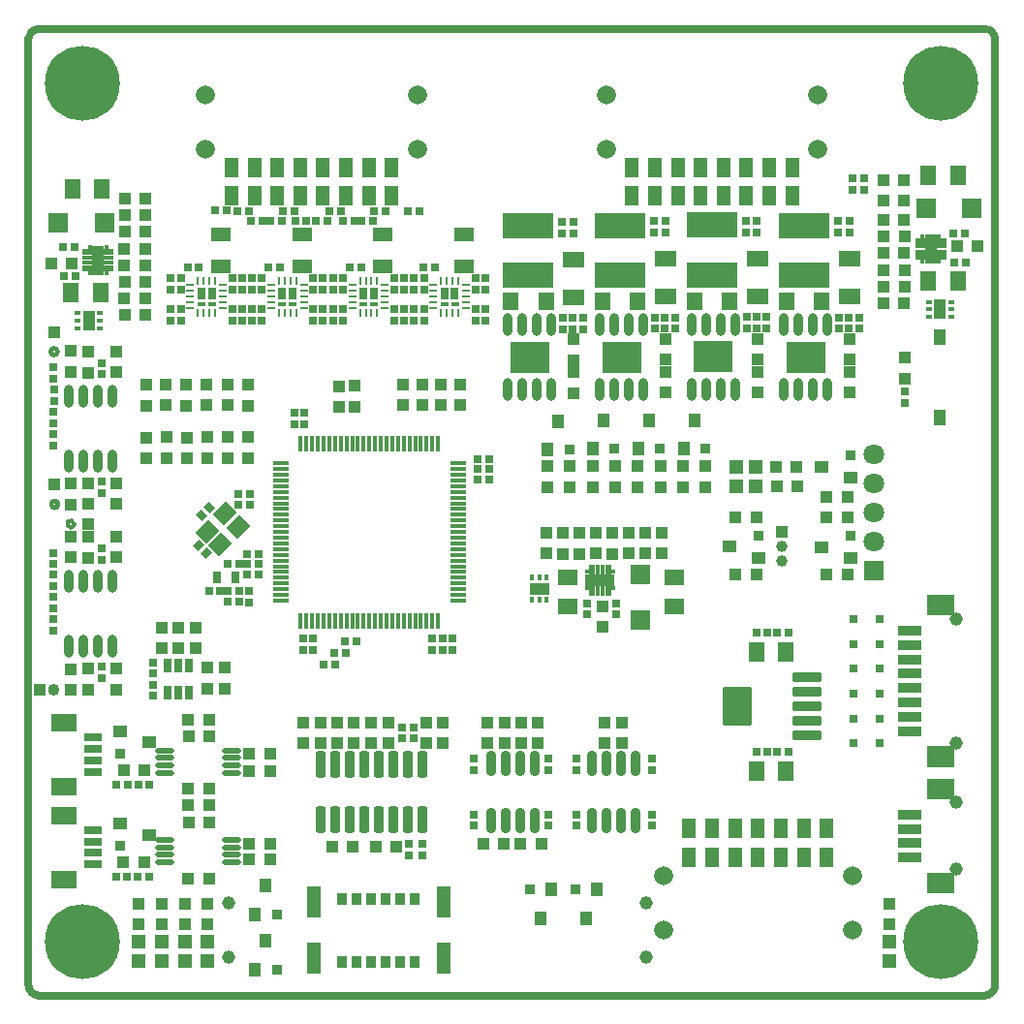
<source format=gbr>
G04*
G04 #@! TF.GenerationSoftware,Altium Limited,Altium Designer,24.1.2 (44)*
G04*
G04 Layer_Color=8388736*
%FSLAX44Y44*%
%MOMM*%
G71*
G04*
G04 #@! TF.SameCoordinates,594C4E7E-5880-4872-9B90-1EBF5E6123A4*
G04*
G04*
G04 #@! TF.FilePolarity,Negative*
G04*
G01*
G75*
%ADD20C,0.3810*%
%ADD33R,1.8000X1.4000*%
%ADD34R,1.4000X1.8000*%
%ADD35R,1.8000X1.8000*%
%ADD36R,1.8000X1.8000*%
%ADD40R,0.2500X0.6500*%
%ADD41R,0.6500X0.3000*%
%ADD42R,0.7000X1.0000*%
%ADD43R,0.6500X0.2500*%
%ADD44R,0.6500X0.2286*%
%ADD48R,1.5494X0.6604*%
%ADD49R,0.9500X0.9000*%
%ADD54R,0.8128X1.0922*%
%ADD55R,0.9000X0.9500*%
%ADD69R,0.3300X1.3500*%
%ADD70R,1.3500X0.3300*%
%ADD77R,1.0000X1.0000*%
%ADD78R,1.2000X2.7000*%
%ADD79R,2.2508X1.6133*%
%ADD80C,0.7112*%
G04:AMPARAMS|DCode=81|XSize=2.1632mm|YSize=0.7732mm|CornerRadius=0.2413mm|HoleSize=0mm|Usage=FLASHONLY|Rotation=270.000|XOffset=0mm|YOffset=0mm|HoleType=Round|Shape=RoundedRectangle|*
%AMROUNDEDRECTD81*
21,1,2.1632,0.2907,0,0,270.0*
21,1,1.6807,0.7732,0,0,270.0*
1,1,0.4825,-0.1454,-0.8404*
1,1,0.4825,-0.1454,0.8404*
1,1,0.4825,0.1454,0.8404*
1,1,0.4825,0.1454,-0.8404*
%
%ADD81ROUNDEDRECTD81*%
%ADD82O,0.8032X2.0032*%
%ADD83R,3.4036X2.7178*%
%ADD84R,1.2032X1.7032*%
%ADD85R,1.0032X1.1032*%
%ADD86O,1.6532X0.5532*%
%ADD87R,1.3532X1.5032*%
%ADD88R,0.6532X0.8032*%
%ADD89R,0.7032X0.6532*%
%ADD90R,1.1532X1.1032*%
%ADD91R,1.1032X1.0032*%
%ADD92R,0.8032X0.6532*%
%ADD93R,1.2000X1.3000*%
%ADD94R,2.0032X0.9032*%
%ADD95R,1.1032X1.1532*%
G04:AMPARAMS|DCode=96|XSize=2.3632mm|YSize=0.9232mm|CornerRadius=0.2816mm|HoleSize=0mm|Usage=FLASHONLY|Rotation=90.000|XOffset=0mm|YOffset=0mm|HoleType=Round|Shape=RoundedRectangle|*
%AMROUNDEDRECTD96*
21,1,2.3632,0.3600,0,0,90.0*
21,1,1.8000,0.9232,0,0,90.0*
1,1,0.5632,0.1800,0.9000*
1,1,0.5632,0.1800,-0.9000*
1,1,0.5632,-0.1800,-0.9000*
1,1,0.5632,-0.1800,0.9000*
%
%ADD96ROUNDEDRECTD96*%
G04:AMPARAMS|DCode=97|XSize=3.4032mm|YSize=2.6032mm|CornerRadius=0.1496mm|HoleSize=0mm|Usage=FLASHONLY|Rotation=270.000|XOffset=0mm|YOffset=0mm|HoleType=Round|Shape=RoundedRectangle|*
%AMROUNDEDRECTD97*
21,1,3.4032,2.3040,0,0,270.0*
21,1,3.1040,2.6032,0,0,270.0*
1,1,0.2992,-1.1520,-1.5520*
1,1,0.2992,-1.1520,1.5520*
1,1,0.2992,1.1520,1.5520*
1,1,0.2992,1.1520,-1.5520*
%
%ADD97ROUNDEDRECTD97*%
G04:AMPARAMS|DCode=98|XSize=0.9032mm|YSize=2.6032mm|CornerRadius=0.1506mm|HoleSize=0mm|Usage=FLASHONLY|Rotation=270.000|XOffset=0mm|YOffset=0mm|HoleType=Round|Shape=RoundedRectangle|*
%AMROUNDEDRECTD98*
21,1,0.9032,2.3020,0,0,270.0*
21,1,0.6020,2.6032,0,0,270.0*
1,1,0.3012,-1.1510,-0.3010*
1,1,0.3012,-1.1510,0.3010*
1,1,0.3012,1.1510,0.3010*
1,1,0.3012,1.1510,-0.3010*
%
%ADD98ROUNDEDRECTD98*%
%ADD99R,1.7016X1.1016*%
%ADD100R,0.4016X0.5516*%
%ADD101R,0.8032X1.2032*%
%ADD102R,0.8032X1.1032*%
%ADD103R,2.6032X0.5032*%
%ADD104R,0.5032X0.8532*%
%ADD105R,0.8532X0.4532*%
%ADD106R,0.4532X0.8532*%
%ADD107R,0.5032X2.6032*%
%ADD108R,0.8532X0.5032*%
%ADD109R,1.1016X1.7016*%
%ADD110R,0.5516X0.4016*%
%ADD111R,1.3000X1.2000*%
%ADD112R,1.0032X1.4032*%
G04:AMPARAMS|DCode=113|XSize=1.6032mm|YSize=1.4032mm|CornerRadius=0mm|HoleSize=0mm|Usage=FLASHONLY|Rotation=45.000|XOffset=0mm|YOffset=0mm|HoleType=Round|Shape=Rectangle|*
%AMROTATEDRECTD113*
4,1,4,-0.0707,-1.0629,-1.0629,-0.0707,0.0707,1.0629,1.0629,0.0707,-0.0707,-1.0629,0.0*
%
%ADD113ROTATEDRECTD113*%

G04:AMPARAMS|DCode=114|XSize=0.6532mm|YSize=0.8032mm|CornerRadius=0mm|HoleSize=0mm|Usage=FLASHONLY|Rotation=315.000|XOffset=0mm|YOffset=0mm|HoleType=Round|Shape=Rectangle|*
%AMROTATEDRECTD114*
4,1,4,-0.5149,-0.0530,0.0530,0.5149,0.5149,0.0530,-0.0530,-0.5149,-0.5149,-0.0530,0.0*
%
%ADD114ROTATEDRECTD114*%

G04:AMPARAMS|DCode=115|XSize=0.6532mm|YSize=0.8032mm|CornerRadius=0mm|HoleSize=0mm|Usage=FLASHONLY|Rotation=225.000|XOffset=0mm|YOffset=0mm|HoleType=Round|Shape=Rectangle|*
%AMROTATEDRECTD115*
4,1,4,-0.0530,0.5149,0.5149,-0.0530,0.0530,-0.5149,-0.5149,0.0530,-0.0530,0.5149,0.0*
%
%ADD115ROTATEDRECTD115*%

%ADD116R,1.7032X1.2032*%
%ADD117R,4.4032X2.2032*%
%ADD118R,1.8542X1.4732*%
%ADD119C,1.6612*%
%ADD120C,1.1532*%
%ADD121C,1.2032*%
%ADD122C,6.5532*%
%ADD123R,1.0024X1.0024*%
%ADD124C,1.0024*%
%ADD125R,1.8032X1.8032*%
%ADD126C,1.8032*%
G36*
X788000Y91749D02*
Y109749D01*
X810670D01*
X810700Y109719D01*
X810740Y109689D01*
X810780Y109659D01*
X810820Y109629D01*
X810870Y109609D01*
X810910Y109579D01*
X810950Y109549D01*
X810990Y109519D01*
X811040Y109499D01*
X811080Y109469D01*
X811120Y109439D01*
X811170Y109419D01*
X811210Y109399D01*
X811260Y109369D01*
X811300Y109349D01*
X811350Y109329D01*
X811400Y109309D01*
X811440Y109279D01*
X811490Y109259D01*
X811540Y109239D01*
X811580Y109219D01*
X811630Y109209D01*
X811680Y109189D01*
X811730Y109169D01*
X811770Y109149D01*
X811820Y109139D01*
X811870Y109119D01*
X811920Y109109D01*
X811970Y109089D01*
X812000Y109079D01*
Y91749D01*
X788000D01*
D02*
G37*
G36*
X811970Y174909D02*
X811920Y174889D01*
X811870Y174879D01*
X811820Y174859D01*
X811770Y174849D01*
X811730Y174829D01*
X811680Y174809D01*
X811630Y174789D01*
X811580Y174779D01*
X811540Y174759D01*
X811490Y174739D01*
X811440Y174719D01*
X811400Y174689D01*
X811350Y174669D01*
X811300Y174649D01*
X811260Y174629D01*
X811210Y174599D01*
X811170Y174579D01*
X811120Y174559D01*
X811080Y174529D01*
X811040Y174499D01*
X810990Y174479D01*
X810950Y174449D01*
X810910Y174419D01*
X810870Y174389D01*
X810820Y174369D01*
X810780Y174339D01*
X810740Y174309D01*
X810700Y174279D01*
X810670Y174249D01*
X788000D01*
Y192249D01*
X812000D01*
Y174919D01*
X811970Y174909D01*
D02*
G37*
G36*
X788000Y202254D02*
Y220254D01*
X810670D01*
X810700Y220224D01*
X810740Y220194D01*
X810780Y220164D01*
X810820Y220134D01*
X810870Y220114D01*
X810910Y220084D01*
X810950Y220054D01*
X810990Y220024D01*
X811040Y220004D01*
X811080Y219974D01*
X811120Y219944D01*
X811170Y219924D01*
X811210Y219904D01*
X811260Y219874D01*
X811300Y219854D01*
X811350Y219834D01*
X811400Y219814D01*
X811440Y219784D01*
X811490Y219764D01*
X811540Y219744D01*
X811580Y219724D01*
X811630Y219714D01*
X811680Y219694D01*
X811730Y219674D01*
X811770Y219654D01*
X811820Y219644D01*
X811870Y219624D01*
X811920Y219614D01*
X811970Y219594D01*
X812000Y219584D01*
Y202254D01*
X788000D01*
D02*
G37*
G36*
X811970Y335414D02*
X811920Y335394D01*
X811870Y335384D01*
X811820Y335364D01*
X811770Y335354D01*
X811730Y335334D01*
X811680Y335314D01*
X811630Y335294D01*
X811580Y335284D01*
X811540Y335264D01*
X811490Y335244D01*
X811440Y335224D01*
X811400Y335194D01*
X811350Y335174D01*
X811300Y335154D01*
X811260Y335134D01*
X811210Y335104D01*
X811170Y335084D01*
X811120Y335064D01*
X811080Y335034D01*
X811040Y335004D01*
X810990Y334984D01*
X810950Y334954D01*
X810910Y334924D01*
X810870Y334894D01*
X810820Y334874D01*
X810780Y334844D01*
X810740Y334814D01*
X810700Y334784D01*
X810670Y334754D01*
X788000D01*
Y352754D01*
X812000D01*
Y335424D01*
X811970Y335414D01*
D02*
G37*
D20*
X27811Y565187D02*
G03*
X27811Y565187I-3000J0D01*
G01*
X27590Y269772D02*
G03*
X27590Y269772I-3000J0D01*
G01*
X39406Y411625D02*
G03*
X42370Y414624I-36J3000D01*
G01*
D02*
G03*
X39406Y411625I-3000J0D01*
G01*
X28478Y431676D02*
G03*
X28478Y431676I-3000J0D01*
G01*
D33*
X566674Y368300D02*
D03*
Y342300D02*
D03*
X473834Y368205D02*
D03*
Y342205D02*
D03*
D34*
X788742Y719697D02*
D03*
X814742D02*
D03*
X66856Y707070D02*
D03*
X40856D02*
D03*
X664690Y302361D02*
D03*
X638690D02*
D03*
X664690Y198965D02*
D03*
X638690D02*
D03*
X788742Y626990D02*
D03*
X814742D02*
D03*
X65586Y617221D02*
D03*
X39586D02*
D03*
D35*
X537469Y370300D02*
D03*
Y330300D02*
D03*
D36*
X786742Y690491D02*
D03*
X826742D02*
D03*
X68816Y678053D02*
D03*
X28816D02*
D03*
D40*
X363158Y627413D02*
D03*
Y599213D02*
D03*
X368158D02*
D03*
X373158D02*
D03*
X378158D02*
D03*
X368158Y627413D02*
D03*
X373158D02*
D03*
X378158D02*
D03*
X221440Y627408D02*
D03*
Y599208D02*
D03*
X226440D02*
D03*
X231440D02*
D03*
X236440D02*
D03*
X226440Y627408D02*
D03*
X231440D02*
D03*
X236440D02*
D03*
X292296D02*
D03*
Y599208D02*
D03*
X297296D02*
D03*
X302296D02*
D03*
X307296D02*
D03*
X297296Y627408D02*
D03*
X302296D02*
D03*
X307296D02*
D03*
X150666D02*
D03*
Y599208D02*
D03*
X155666D02*
D03*
X160666D02*
D03*
X165666D02*
D03*
X155666Y627408D02*
D03*
X160666D02*
D03*
X165666D02*
D03*
D41*
X365909Y606810D02*
D03*
X375408D02*
D03*
X224191Y606806D02*
D03*
X233690D02*
D03*
X295046D02*
D03*
X304546D02*
D03*
X153416D02*
D03*
X162916D02*
D03*
D42*
X366158Y616313D02*
D03*
X375158D02*
D03*
X224440Y616308D02*
D03*
X233440D02*
D03*
X295296D02*
D03*
X304296D02*
D03*
X153666D02*
D03*
X162666D02*
D03*
D43*
X356408Y603313D02*
D03*
Y608313D02*
D03*
Y618313D02*
D03*
Y623313D02*
D03*
X384908D02*
D03*
Y618313D02*
D03*
Y613313D02*
D03*
Y608313D02*
D03*
Y603313D02*
D03*
X214690Y603308D02*
D03*
Y608308D02*
D03*
Y618308D02*
D03*
Y623308D02*
D03*
X243190D02*
D03*
Y618308D02*
D03*
Y613308D02*
D03*
Y608308D02*
D03*
Y603308D02*
D03*
X285546D02*
D03*
Y608308D02*
D03*
Y618308D02*
D03*
Y623308D02*
D03*
X314046D02*
D03*
Y618308D02*
D03*
Y613308D02*
D03*
Y608308D02*
D03*
Y603308D02*
D03*
X143916D02*
D03*
Y608308D02*
D03*
Y618308D02*
D03*
Y623308D02*
D03*
X172416D02*
D03*
Y618308D02*
D03*
Y613308D02*
D03*
Y608308D02*
D03*
Y603308D02*
D03*
D44*
X356408Y613313D02*
D03*
X214690Y613308D02*
D03*
X285546D02*
D03*
X143916D02*
D03*
D48*
X59210Y197848D02*
D03*
Y207848D02*
D03*
Y227848D02*
D03*
Y217848D02*
D03*
X59075Y117153D02*
D03*
Y127153D02*
D03*
Y147153D02*
D03*
Y137153D02*
D03*
D49*
X82751Y214222D02*
D03*
X82616Y133527D02*
D03*
X640438Y404299D02*
D03*
X720712Y404029D02*
D03*
Y474387D02*
D03*
D54*
X276925Y31978D02*
D03*
X289625D02*
D03*
X302325D02*
D03*
X315025D02*
D03*
X327725D02*
D03*
X340425D02*
D03*
X276925Y86978D02*
D03*
X289625D02*
D03*
X302325D02*
D03*
X315025D02*
D03*
X327725D02*
D03*
X340425D02*
D03*
D55*
X219500Y73606D02*
D03*
X440370Y95050D02*
D03*
X480500D02*
D03*
X219500Y25092D02*
D03*
X594216Y480534D02*
D03*
X554505D02*
D03*
X514795D02*
D03*
X475084Y479396D02*
D03*
D69*
X260483Y485169D02*
D03*
X265483D02*
D03*
X270483D02*
D03*
X275483D02*
D03*
X280483D02*
D03*
X285483D02*
D03*
X290483D02*
D03*
X295483D02*
D03*
X300483D02*
D03*
X305483D02*
D03*
X310483D02*
D03*
X315483D02*
D03*
X320483D02*
D03*
X325483D02*
D03*
X330483D02*
D03*
X335483D02*
D03*
X340483D02*
D03*
X345483D02*
D03*
X300483Y330169D02*
D03*
X295483D02*
D03*
X290483Y330169D02*
D03*
X285483D02*
D03*
X280483Y330169D02*
D03*
X275483D02*
D03*
X270483D02*
D03*
X265483D02*
D03*
X260483D02*
D03*
X255483Y330169D02*
D03*
X250483Y330169D02*
D03*
X245483D02*
D03*
X240483D02*
D03*
Y485169D02*
D03*
X245483D02*
D03*
X250483D02*
D03*
X255483D02*
D03*
X360483Y330169D02*
D03*
X355483D02*
D03*
X350483D02*
D03*
X345483D02*
D03*
X340483D02*
D03*
X335483D02*
D03*
X330483D02*
D03*
X325483D02*
D03*
X320483Y330169D02*
D03*
X315483Y330169D02*
D03*
X310483D02*
D03*
X305483D02*
D03*
X350483Y485169D02*
D03*
X355483D02*
D03*
X360483D02*
D03*
D70*
X222983Y347669D02*
D03*
Y352669D02*
D03*
Y357669D02*
D03*
Y362669D02*
D03*
Y367669D02*
D03*
Y372669D02*
D03*
Y377669D02*
D03*
Y382669D02*
D03*
X377983Y382669D02*
D03*
Y377669D02*
D03*
Y372669D02*
D03*
Y367669D02*
D03*
Y362669D02*
D03*
Y357669D02*
D03*
Y352669D02*
D03*
Y347669D02*
D03*
X222983Y387669D02*
D03*
Y392669D02*
D03*
Y397669D02*
D03*
Y402669D02*
D03*
Y407669D02*
D03*
Y412669D02*
D03*
Y417669D02*
D03*
Y422669D02*
D03*
Y427669D02*
D03*
Y432669D02*
D03*
Y437669D02*
D03*
Y442669D02*
D03*
Y447669D02*
D03*
Y452669D02*
D03*
Y457669D02*
D03*
Y462669D02*
D03*
Y467669D02*
D03*
X377983D02*
D03*
Y462669D02*
D03*
Y457669D02*
D03*
X377983Y452669D02*
D03*
X377983Y447669D02*
D03*
Y442669D02*
D03*
Y437669D02*
D03*
Y432669D02*
D03*
Y427669D02*
D03*
X377983Y422669D02*
D03*
Y417669D02*
D03*
X377983Y412669D02*
D03*
Y407669D02*
D03*
Y402669D02*
D03*
Y397669D02*
D03*
Y392669D02*
D03*
X377983Y387669D02*
D03*
D77*
X24718Y581847D02*
D03*
X25398Y448988D02*
D03*
X54483Y414798D02*
D03*
X12727Y269620D02*
D03*
D78*
X365526Y83976D02*
D03*
Y34976D02*
D03*
X252126D02*
D03*
Y83976D02*
D03*
D79*
X33315Y104035D02*
D03*
Y160035D02*
D03*
X33450Y184731D02*
D03*
Y240731D02*
D03*
D80*
X2517Y12098D02*
G03*
X5386Y5173I9794J0D01*
G01*
D02*
G03*
X11795Y2518I6409J6409D01*
G01*
X838080D02*
G03*
X844685Y5254I0J9341D01*
G01*
D02*
G03*
X847542Y12153I-6899J6899D01*
G01*
Y837706D02*
G03*
X844550Y844930I-10216J0D01*
G01*
D02*
G03*
X838430Y847465I-6120J-6120D01*
G01*
X12537Y847459D02*
G03*
X4888Y844291I0J-10818D01*
G01*
D02*
G03*
X2517Y838567I5723J-5723D01*
G01*
X847542Y12153D02*
Y837706D01*
X847090Y12605D02*
Y23622D01*
X2517Y834390D02*
X2517Y12098D01*
X2545Y714060D02*
Y834362D01*
Y714060D02*
Y834362D01*
X11795Y2518D02*
X838080D01*
X11817Y2540D02*
X22098D01*
X12537Y847459D02*
X64411D01*
X64417Y847465D02*
X838430D01*
X847090Y12605D02*
X847542Y12153D01*
X847090Y12605D02*
X847542Y12153D01*
X11795Y2518D02*
X11817Y2540D01*
X2517Y834390D02*
X2545Y834362D01*
X2517Y834390D02*
X2545Y834362D01*
X64411Y847459D02*
X64417Y847465D01*
X2517Y834390D02*
Y838567D01*
D81*
X406525Y155652D02*
D03*
X419225D02*
D03*
X431925D02*
D03*
X444624D02*
D03*
Y205052D02*
D03*
X431925D02*
D03*
X419225D02*
D03*
X406525D02*
D03*
X532839D02*
D03*
X520139D02*
D03*
X507439D02*
D03*
X494739D02*
D03*
Y155652D02*
D03*
X507439D02*
D03*
X520139D02*
D03*
X532839D02*
D03*
D82*
X662380Y532331D02*
D03*
X675080D02*
D03*
X687780D02*
D03*
X700480D02*
D03*
X662380Y588831D02*
D03*
X675080D02*
D03*
X687780D02*
D03*
X700480D02*
D03*
X581862Y532584D02*
D03*
X594562D02*
D03*
X607262D02*
D03*
X619962D02*
D03*
X581862Y589085D02*
D03*
X594562D02*
D03*
X607262D02*
D03*
X619962D02*
D03*
X501542Y532331D02*
D03*
X514242D02*
D03*
X526942D02*
D03*
X539642D02*
D03*
X501542Y588831D02*
D03*
X514242D02*
D03*
X526942D02*
D03*
X539642D02*
D03*
X421194Y532078D02*
D03*
X433894D02*
D03*
X446594D02*
D03*
X459294D02*
D03*
X421194Y588578D02*
D03*
X433894D02*
D03*
X446594D02*
D03*
X459294D02*
D03*
X38100Y469844D02*
D03*
X50800D02*
D03*
X63500D02*
D03*
X76200D02*
D03*
X38100Y526344D02*
D03*
X50800D02*
D03*
X63500D02*
D03*
X76200D02*
D03*
X76152Y364440D02*
D03*
X63452D02*
D03*
X50752D02*
D03*
X38052D02*
D03*
X76152Y307940D02*
D03*
X63452D02*
D03*
X50752D02*
D03*
X38052D02*
D03*
D83*
X681736Y560578D02*
D03*
X601218Y560831D02*
D03*
X520899Y560578D02*
D03*
X440550Y560325D02*
D03*
D84*
X529997Y701498D02*
D03*
Y726498D02*
D03*
X549998Y701498D02*
D03*
Y726498D02*
D03*
X569998Y701498D02*
D03*
Y726498D02*
D03*
X589997Y701498D02*
D03*
Y726498D02*
D03*
X609998Y701498D02*
D03*
Y726498D02*
D03*
X629997Y701498D02*
D03*
Y726498D02*
D03*
X649998Y701498D02*
D03*
Y726498D02*
D03*
X669998Y701498D02*
D03*
Y726498D02*
D03*
X179998Y701498D02*
D03*
Y726498D02*
D03*
X199998Y701498D02*
D03*
Y726498D02*
D03*
X219998Y701498D02*
D03*
Y726498D02*
D03*
X239998Y701498D02*
D03*
Y726498D02*
D03*
X259998Y701498D02*
D03*
Y726498D02*
D03*
X279998Y701498D02*
D03*
Y726498D02*
D03*
X299998Y701498D02*
D03*
Y726498D02*
D03*
X319998Y701498D02*
D03*
Y726498D02*
D03*
X580002Y123502D02*
D03*
Y148502D02*
D03*
X600002Y123502D02*
D03*
Y148502D02*
D03*
X620002Y123502D02*
D03*
Y148502D02*
D03*
X640002Y123502D02*
D03*
Y148502D02*
D03*
X660002Y123502D02*
D03*
Y148502D02*
D03*
X680002Y123502D02*
D03*
Y148502D02*
D03*
X700002Y123502D02*
D03*
Y148502D02*
D03*
D85*
X195370Y121305D02*
D03*
X213529Y121307D02*
D03*
X160238Y104979D02*
D03*
X142079Y104977D02*
D03*
X160617Y229109D02*
D03*
X142458Y229108D02*
D03*
X160238Y168655D02*
D03*
X142079Y168653D02*
D03*
X160238Y183642D02*
D03*
X142079Y183641D02*
D03*
X160617Y153494D02*
D03*
X142458Y153493D02*
D03*
X213529Y213510D02*
D03*
X195370Y213509D02*
D03*
Y199031D02*
D03*
X213529Y199032D02*
D03*
X195370Y135529D02*
D03*
X213529Y135531D02*
D03*
X160238Y243214D02*
D03*
X142079Y243213D02*
D03*
X103778Y199659D02*
D03*
X85620Y199658D02*
D03*
X103644Y118964D02*
D03*
X85485Y118963D02*
D03*
X450720Y135383D02*
D03*
X432561Y135382D02*
D03*
X306118Y132837D02*
D03*
X324277Y132839D02*
D03*
X399926Y135381D02*
D03*
X418085Y135382D02*
D03*
X285923Y132839D02*
D03*
X267764Y132837D02*
D03*
X104676Y684271D02*
D03*
X86517Y684270D02*
D03*
X700083Y437963D02*
D03*
X718242Y437964D02*
D03*
X749927Y636741D02*
D03*
X768086Y636742D02*
D03*
X749548Y651203D02*
D03*
X767707Y651204D02*
D03*
X749927Y622278D02*
D03*
X768086Y622280D02*
D03*
X749927Y665667D02*
D03*
X768086Y665668D02*
D03*
X767707Y680130D02*
D03*
X749548Y680128D02*
D03*
Y607814D02*
D03*
X767707Y607816D02*
D03*
X813838Y657468D02*
D03*
X831996Y657469D02*
D03*
X638582Y370670D02*
D03*
X620423Y370669D02*
D03*
X700083Y370399D02*
D03*
X718242Y370400D02*
D03*
X620423Y420453D02*
D03*
X638582Y420454D02*
D03*
X674620Y447313D02*
D03*
X656461Y447311D02*
D03*
X655699Y464820D02*
D03*
X673858Y464821D02*
D03*
X718242Y420184D02*
D03*
X700083Y420183D02*
D03*
X86517Y698714D02*
D03*
X104676Y698715D02*
D03*
Y669827D02*
D03*
X86517Y669826D02*
D03*
Y597607D02*
D03*
X104676Y597608D02*
D03*
X86138Y655381D02*
D03*
X104297Y655382D02*
D03*
X22482Y642619D02*
D03*
X40641Y642620D02*
D03*
X104676Y626496D02*
D03*
X86517Y626494D02*
D03*
X104297Y612051D02*
D03*
X86138Y612049D02*
D03*
Y640937D02*
D03*
X104297Y640938D02*
D03*
D86*
X121671Y138553D02*
D03*
Y132053D02*
D03*
Y125553D02*
D03*
Y119053D02*
D03*
X180171Y138553D02*
D03*
Y132053D02*
D03*
Y125553D02*
D03*
Y119053D02*
D03*
X121806Y216708D02*
D03*
Y210208D02*
D03*
Y203708D02*
D03*
Y197208D02*
D03*
X180306Y216708D02*
D03*
Y210208D02*
D03*
Y203708D02*
D03*
Y197208D02*
D03*
D87*
X696020Y609350D02*
D03*
X665020D02*
D03*
X615500D02*
D03*
X584500D02*
D03*
X535180D02*
D03*
X504180D02*
D03*
X454840D02*
D03*
X423840D02*
D03*
D88*
X558974Y669037D02*
D03*
X548973D02*
D03*
X558974Y679197D02*
D03*
X548973D02*
D03*
X629292Y669290D02*
D03*
X639293D02*
D03*
X629292Y679451D02*
D03*
X639293D02*
D03*
X108378Y186945D02*
D03*
X98377D02*
D03*
X89074D02*
D03*
X79073D02*
D03*
X108243Y106250D02*
D03*
X98242D02*
D03*
X88939D02*
D03*
X78938D02*
D03*
X638620Y215711D02*
D03*
X648621D02*
D03*
X656480Y215712D02*
D03*
X666480D02*
D03*
X279956Y302259D02*
D03*
X269955D02*
D03*
X270431Y292099D02*
D03*
X260430D02*
D03*
X279480Y312419D02*
D03*
X289481D02*
D03*
X186261Y431801D02*
D03*
X196262D02*
D03*
X196263Y440689D02*
D03*
X186262D02*
D03*
X810870Y668897D02*
D03*
X820871D02*
D03*
X811378Y643497D02*
D03*
X821379D02*
D03*
X293529Y679451D02*
D03*
X303530D02*
D03*
X287115Y679448D02*
D03*
X277114D02*
D03*
X395050Y453897D02*
D03*
X405051D02*
D03*
X405050Y462663D02*
D03*
X395049D02*
D03*
Y471423D02*
D03*
X405050D02*
D03*
X203883Y370839D02*
D03*
X193882D02*
D03*
X193881Y379731D02*
D03*
X203882D02*
D03*
X177032Y346716D02*
D03*
X187033D02*
D03*
X160190Y355973D02*
D03*
X170191D02*
D03*
X177023D02*
D03*
X187024D02*
D03*
X203956Y388359D02*
D03*
X193955D02*
D03*
X177023Y379729D02*
D03*
X187024D02*
D03*
X304880Y688339D02*
D03*
X314881D02*
D03*
X234871D02*
D03*
X224870D02*
D03*
X347805Y639065D02*
D03*
X357806D02*
D03*
X212332D02*
D03*
X222332D02*
D03*
X184992Y688339D02*
D03*
X194993D02*
D03*
X275511D02*
D03*
X265510D02*
D03*
X263572Y679451D02*
D03*
X253571D02*
D03*
X165864Y688645D02*
D03*
X175865D02*
D03*
X666480Y319344D02*
D03*
X656480D02*
D03*
X334344Y688339D02*
D03*
X344345D02*
D03*
X235538Y679448D02*
D03*
X245539D02*
D03*
X213853Y679451D02*
D03*
X223854D02*
D03*
X207185Y679448D02*
D03*
X197184D02*
D03*
X283188Y639065D02*
D03*
X293188D02*
D03*
X151558D02*
D03*
X141557D02*
D03*
X719811Y679197D02*
D03*
X709810D02*
D03*
X719811Y669037D02*
D03*
X709810D02*
D03*
X478626Y678944D02*
D03*
X468625D02*
D03*
X478626Y668784D02*
D03*
X468625D02*
D03*
X648621Y319343D02*
D03*
X638620D02*
D03*
X43100Y656591D02*
D03*
X33099D02*
D03*
X43608Y631191D02*
D03*
X33607D02*
D03*
D89*
X723956Y222885D02*
D03*
X746756D02*
D03*
X723956Y244631D02*
D03*
X746756D02*
D03*
X723956Y266376D02*
D03*
X746756D02*
D03*
X723956Y288122D02*
D03*
X746756D02*
D03*
X723956Y309867D02*
D03*
X746756D02*
D03*
X723956Y331613D02*
D03*
X746756D02*
D03*
D90*
X107751Y223722D02*
D03*
X82751Y233222D02*
D03*
X107616Y143027D02*
D03*
X82616Y152527D02*
D03*
X615438Y394799D02*
D03*
X640438Y385299D02*
D03*
X720712Y385029D02*
D03*
X695712Y394529D02*
D03*
Y464887D02*
D03*
X720712Y455387D02*
D03*
D91*
X521408Y241170D02*
D03*
X521409Y223011D02*
D03*
X719892Y558168D02*
D03*
X719891Y576327D02*
D03*
X719890Y547494D02*
D03*
X719891Y529335D02*
D03*
X767206Y715305D02*
D03*
X767207Y697146D02*
D03*
X750049D02*
D03*
X750047Y715305D02*
D03*
X99041Y64700D02*
D03*
X99040Y82859D02*
D03*
X119075Y64700D02*
D03*
X119074Y82859D02*
D03*
X139110Y64700D02*
D03*
X139109Y82859D02*
D03*
X159143D02*
D03*
X159144Y64700D02*
D03*
X755251D02*
D03*
X755250Y82859D02*
D03*
X433155Y223011D02*
D03*
X433153Y241170D02*
D03*
X447802Y223011D02*
D03*
X447801Y241170D02*
D03*
X506169Y223011D02*
D03*
X506167Y241170D02*
D03*
X350568Y241049D02*
D03*
X350569Y222891D02*
D03*
X364538Y241049D02*
D03*
X364539Y222891D02*
D03*
X403860Y223011D02*
D03*
X403859Y241170D02*
D03*
X418507Y223011D02*
D03*
X418506Y241170D02*
D03*
X242619Y222891D02*
D03*
X242618Y241049D02*
D03*
X272426D02*
D03*
X272427Y222891D02*
D03*
X287068Y241049D02*
D03*
X287069Y222891D02*
D03*
X302308Y241049D02*
D03*
X302309Y222891D02*
D03*
X317278Y241049D02*
D03*
X317279Y222891D02*
D03*
X257858Y241049D02*
D03*
X257859Y222891D02*
D03*
X495555Y465048D02*
D03*
X495557Y446889D02*
D03*
X515291Y465048D02*
D03*
X515292Y446889D02*
D03*
X535027Y465048D02*
D03*
X535028Y446889D02*
D03*
X554763Y465048D02*
D03*
X554764Y446889D02*
D03*
X574498Y465048D02*
D03*
X574500Y446889D02*
D03*
X594234Y465048D02*
D03*
X594235Y446889D02*
D03*
X556033Y389081D02*
D03*
X556031Y407240D02*
D03*
X541569D02*
D03*
X541570Y389081D02*
D03*
X512645Y388702D02*
D03*
X512644Y406861D02*
D03*
X483720Y388702D02*
D03*
X483718Y406861D02*
D03*
X498180Y407240D02*
D03*
X498181Y389081D02*
D03*
X469257Y388702D02*
D03*
X469256Y406861D02*
D03*
X527106Y407240D02*
D03*
X527107Y389081D02*
D03*
X454792Y407240D02*
D03*
X454793Y389081D02*
D03*
X194628Y472185D02*
D03*
X194627Y490344D02*
D03*
X176734Y472185D02*
D03*
X176732Y490344D02*
D03*
X158838D02*
D03*
X158839Y472185D02*
D03*
X105157Y471806D02*
D03*
X105156Y489965D02*
D03*
X123049Y490344D02*
D03*
X123050Y472185D02*
D03*
X140946Y471806D02*
D03*
X140945Y489965D02*
D03*
X379729Y536572D02*
D03*
X379730Y518413D02*
D03*
X363134Y536572D02*
D03*
X363135Y518413D02*
D03*
X273813Y516764D02*
D03*
X273812Y534923D02*
D03*
X287781Y535302D02*
D03*
X287782Y517143D02*
D03*
X475821Y446889D02*
D03*
X475820Y465048D02*
D03*
X456085Y446889D02*
D03*
X456084Y465048D02*
D03*
X105157Y518034D02*
D03*
X105156Y536193D02*
D03*
X39601Y431676D02*
D03*
X39600Y449835D02*
D03*
X54609Y450214D02*
D03*
X54610Y432055D02*
D03*
X79049Y450214D02*
D03*
X79050Y432055D02*
D03*
X39551Y403878D02*
D03*
X39552Y385719D02*
D03*
X54563Y385088D02*
D03*
X54562Y403247D02*
D03*
X79002Y403499D02*
D03*
X79003Y385340D02*
D03*
X79002Y270151D02*
D03*
X79001Y288310D02*
D03*
X54562Y270151D02*
D03*
X54561Y288310D02*
D03*
X39552Y287931D02*
D03*
X39553Y269772D02*
D03*
X79051Y547244D02*
D03*
X79050Y565403D02*
D03*
X54611Y546992D02*
D03*
X54610Y565151D02*
D03*
X39600Y547623D02*
D03*
X39599Y565782D02*
D03*
X176734Y518413D02*
D03*
X176732Y536572D02*
D03*
X194627Y536318D02*
D03*
X194628Y518159D02*
D03*
X329945Y536572D02*
D03*
X329946Y518413D02*
D03*
X346539Y536572D02*
D03*
X346541Y518413D02*
D03*
X158774Y270781D02*
D03*
X158773Y288940D02*
D03*
X174014Y270781D02*
D03*
X174013Y288940D02*
D03*
X148825Y305991D02*
D03*
X148824Y324150D02*
D03*
X133120Y305991D02*
D03*
X133118Y324150D02*
D03*
X119142Y305991D02*
D03*
X119141Y324150D02*
D03*
X504447Y324792D02*
D03*
X504445Y342951D02*
D03*
X768351Y541610D02*
D03*
X768350Y559769D02*
D03*
X639374Y558421D02*
D03*
X639373Y576580D02*
D03*
X559053Y547494D02*
D03*
X559054Y529335D02*
D03*
Y576327D02*
D03*
X559055Y558168D02*
D03*
X478704Y547241D02*
D03*
X478706Y529082D02*
D03*
Y576073D02*
D03*
X478707Y557915D02*
D03*
X639373Y529588D02*
D03*
X639372Y547747D02*
D03*
X158039Y518413D02*
D03*
X158038Y536572D02*
D03*
X122784Y518413D02*
D03*
X122782Y536572D02*
D03*
X140412Y518034D02*
D03*
X140411Y536193D02*
D03*
D92*
X24643Y532050D02*
D03*
Y522050D02*
D03*
X24589Y340841D02*
D03*
Y350842D02*
D03*
Y321537D02*
D03*
Y331538D02*
D03*
X24637Y512746D02*
D03*
Y502746D02*
D03*
Y493442D02*
D03*
Y483441D02*
D03*
X24595Y360146D02*
D03*
Y370146D02*
D03*
X24591Y379450D02*
D03*
Y389451D02*
D03*
X457198Y160864D02*
D03*
Y150863D02*
D03*
X481628Y160864D02*
D03*
Y150863D02*
D03*
X457201Y199724D02*
D03*
Y209725D02*
D03*
X481631Y199724D02*
D03*
Y209725D02*
D03*
X547163Y150863D02*
D03*
Y160864D02*
D03*
X547160Y209725D02*
D03*
Y199724D02*
D03*
X334822Y124927D02*
D03*
Y134928D02*
D03*
X346503D02*
D03*
Y124927D02*
D03*
X328978Y237036D02*
D03*
Y227035D02*
D03*
X338886Y227036D02*
D03*
Y237036D02*
D03*
X391921Y209725D02*
D03*
Y199724D02*
D03*
X391924Y150863D02*
D03*
Y160864D02*
D03*
X487086Y585042D02*
D03*
Y595043D02*
D03*
X478452Y584963D02*
D03*
Y594963D02*
D03*
X567435Y595296D02*
D03*
Y585295D02*
D03*
X558800Y595217D02*
D03*
Y585216D02*
D03*
X647754Y585549D02*
D03*
Y595549D02*
D03*
X639119Y585469D02*
D03*
Y595470D02*
D03*
X550165Y585296D02*
D03*
Y595297D02*
D03*
X728272Y585295D02*
D03*
Y595296D02*
D03*
X719637Y585216D02*
D03*
Y595217D02*
D03*
X630485Y595550D02*
D03*
Y585549D02*
D03*
X711003Y595297D02*
D03*
Y585296D02*
D03*
X469817Y595043D02*
D03*
Y585043D02*
D03*
X722377Y707054D02*
D03*
Y717055D02*
D03*
X732539Y707054D02*
D03*
Y717055D02*
D03*
X339494Y602140D02*
D03*
Y592139D02*
D03*
X348127D02*
D03*
Y602140D02*
D03*
X66800Y441963D02*
D03*
Y451964D02*
D03*
X66755Y383590D02*
D03*
Y393591D02*
D03*
X66752Y290060D02*
D03*
Y280059D02*
D03*
X24639Y541354D02*
D03*
Y551355D02*
D03*
X66803Y555495D02*
D03*
Y545494D02*
D03*
X111310Y283791D02*
D03*
Y293792D02*
D03*
Y264292D02*
D03*
Y274292D02*
D03*
X515874Y345410D02*
D03*
Y335409D02*
D03*
X490474Y345410D02*
D03*
Y335409D02*
D03*
X768603Y530478D02*
D03*
Y520477D02*
D03*
X373127Y304414D02*
D03*
Y314414D02*
D03*
X364361D02*
D03*
Y304414D02*
D03*
X355599Y314414D02*
D03*
Y304414D02*
D03*
X242317Y304625D02*
D03*
Y314626D02*
D03*
X251205D02*
D03*
Y304625D02*
D03*
X195010Y346157D02*
D03*
Y356158D02*
D03*
X243585Y511730D02*
D03*
Y501729D02*
D03*
X234697D02*
D03*
Y511730D02*
D03*
X127001Y629333D02*
D03*
Y619332D02*
D03*
X251370Y629333D02*
D03*
Y619332D02*
D03*
X206412Y629333D02*
D03*
Y619332D02*
D03*
X260006D02*
D03*
Y629333D02*
D03*
X197776Y619332D02*
D03*
Y629333D02*
D03*
X180595D02*
D03*
Y619332D02*
D03*
X135637Y629333D02*
D03*
Y619332D02*
D03*
X189231Y629333D02*
D03*
Y619332D02*
D03*
X251367Y602136D02*
D03*
Y592135D02*
D03*
X393085Y602140D02*
D03*
Y592139D02*
D03*
X401721Y602140D02*
D03*
Y592139D02*
D03*
X260003Y602136D02*
D03*
Y592135D02*
D03*
X322225Y629333D02*
D03*
Y619332D02*
D03*
X277267Y629333D02*
D03*
Y619332D02*
D03*
X127001Y592135D02*
D03*
Y602136D02*
D03*
X135634D02*
D03*
Y592135D02*
D03*
X268631D02*
D03*
Y602136D02*
D03*
X277264D02*
D03*
Y592135D02*
D03*
X330862Y629333D02*
D03*
Y619332D02*
D03*
X268631Y629333D02*
D03*
Y619332D02*
D03*
X322223Y602136D02*
D03*
Y592135D02*
D03*
X180592D02*
D03*
Y602136D02*
D03*
X330858D02*
D03*
Y592135D02*
D03*
X189228D02*
D03*
Y602136D02*
D03*
X393088Y629337D02*
D03*
Y619336D02*
D03*
X348130D02*
D03*
Y629337D02*
D03*
X197776Y602136D02*
D03*
Y592135D02*
D03*
X206409D02*
D03*
Y602136D02*
D03*
X401724Y629337D02*
D03*
Y619336D02*
D03*
X339494D02*
D03*
Y629337D02*
D03*
D93*
X119132Y49415D02*
D03*
Y32415D02*
D03*
X139167Y49415D02*
D03*
Y32415D02*
D03*
X159201Y49415D02*
D03*
Y32415D02*
D03*
X755308D02*
D03*
Y49415D02*
D03*
X99097D02*
D03*
Y32415D02*
D03*
D94*
X773000Y160749D02*
D03*
Y148249D02*
D03*
Y135749D02*
D03*
Y123249D02*
D03*
Y233754D02*
D03*
Y246254D02*
D03*
Y258754D02*
D03*
Y271254D02*
D03*
Y283754D02*
D03*
Y296254D02*
D03*
Y308754D02*
D03*
Y321254D02*
D03*
D95*
X210000Y98606D02*
D03*
X200500Y73606D02*
D03*
X459370Y95050D02*
D03*
X449870Y70050D02*
D03*
X490000D02*
D03*
X499500Y95050D02*
D03*
X210000Y50092D02*
D03*
X200500Y25092D02*
D03*
X584716Y505534D02*
D03*
X575216Y480534D02*
D03*
X535505D02*
D03*
X545005Y505534D02*
D03*
X495795Y480534D02*
D03*
X505295Y505534D02*
D03*
X456084Y479396D02*
D03*
X465584Y504396D02*
D03*
D96*
X346705Y204406D02*
D03*
X334005D02*
D03*
X321305D02*
D03*
X308605D02*
D03*
X295905D02*
D03*
X283205D02*
D03*
X270505D02*
D03*
X257805D02*
D03*
Y155906D02*
D03*
X270505D02*
D03*
X283205D02*
D03*
X295905D02*
D03*
X308605D02*
D03*
X321305D02*
D03*
X334005D02*
D03*
X346705D02*
D03*
D97*
X622057Y255667D02*
D03*
D98*
X682557Y281067D02*
D03*
Y268367D02*
D03*
Y255667D02*
D03*
Y242967D02*
D03*
Y230267D02*
D03*
D99*
X448863Y357841D02*
D03*
D100*
X442363Y367591D02*
D03*
X448863D02*
D03*
X455363D02*
D03*
Y348091D02*
D03*
X448863D02*
D03*
X442363D02*
D03*
D101*
X133620Y291042D02*
D03*
X124120Y267042D02*
D03*
X133620D02*
D03*
X143120D02*
D03*
X124120Y291042D02*
D03*
X143120D02*
D03*
D102*
X167578Y367946D02*
D03*
X183578D02*
D03*
D103*
X501957Y368119D02*
D03*
X501968Y363118D02*
D03*
D104*
X508957Y356378D02*
D03*
X494957Y374877D02*
D03*
Y356378D02*
D03*
X508957Y374848D02*
D03*
D105*
X493207Y372877D02*
D03*
Y358378D02*
D03*
X510707Y358378D02*
D03*
Y372848D02*
D03*
X800411Y652732D02*
D03*
Y657223D02*
D03*
X781911Y652732D02*
D03*
X781941Y657223D02*
D03*
X54068Y647357D02*
D03*
Y642865D02*
D03*
X72567Y647357D02*
D03*
X72538Y642865D02*
D03*
D106*
X499709Y356378D02*
D03*
X504201D02*
D03*
X499709Y374877D02*
D03*
X504201Y374848D02*
D03*
X783911Y646230D02*
D03*
X798410D02*
D03*
X798410Y663730D02*
D03*
X783940D02*
D03*
X70567Y653858D02*
D03*
X56068D02*
D03*
X56068Y636358D02*
D03*
X70538D02*
D03*
D107*
X788670Y654980D02*
D03*
X793670Y654990D02*
D03*
X65809Y645108D02*
D03*
X60808Y645098D02*
D03*
D108*
X800411Y661980D02*
D03*
X781911Y647980D02*
D03*
X800411D02*
D03*
X781940Y661980D02*
D03*
X54068Y638109D02*
D03*
X72567Y652109D02*
D03*
X54068D02*
D03*
X72538Y638109D02*
D03*
D109*
X798974Y602099D02*
D03*
X55527Y592186D02*
D03*
D110*
X789224Y595599D02*
D03*
Y602099D02*
D03*
Y608599D02*
D03*
X808724D02*
D03*
Y602099D02*
D03*
Y595599D02*
D03*
X45777Y598686D02*
D03*
Y592186D02*
D03*
Y585686D02*
D03*
X65277D02*
D03*
Y592186D02*
D03*
Y598686D02*
D03*
D111*
X637903Y447293D02*
D03*
X620903D02*
D03*
X637903Y464819D02*
D03*
X620903D02*
D03*
D112*
X799084Y507750D02*
D03*
Y577750D02*
D03*
D113*
X158777Y408089D02*
D03*
X174333Y423645D02*
D03*
X185647Y412331D02*
D03*
X170091Y396775D02*
D03*
D114*
X157968Y388895D02*
D03*
X150897Y395967D02*
D03*
D115*
X153437Y421914D02*
D03*
X160509Y428985D02*
D03*
D116*
X312380Y667901D02*
D03*
Y639439D02*
D03*
X383242Y667906D02*
D03*
Y639443D02*
D03*
X241524Y667901D02*
D03*
Y639439D02*
D03*
X170749Y667901D02*
D03*
Y639439D02*
D03*
D117*
X680521Y675496D02*
D03*
Y632096D02*
D03*
X600003Y675749D02*
D03*
Y632349D02*
D03*
X519684Y632096D02*
D03*
Y675496D02*
D03*
X439336Y631843D02*
D03*
Y675243D02*
D03*
D118*
X719892Y646176D02*
D03*
Y613156D02*
D03*
X639374Y613410D02*
D03*
Y646430D02*
D03*
X559055Y646176D02*
D03*
Y613156D02*
D03*
X478707Y645923D02*
D03*
Y612903D02*
D03*
D119*
X692497Y742498D02*
D03*
X507498D02*
D03*
X692497Y789998D02*
D03*
X507498D02*
D03*
X342498Y742498D02*
D03*
X157498D02*
D03*
X342498Y789998D02*
D03*
X157498D02*
D03*
X722502Y60002D02*
D03*
X557502D02*
D03*
X722502Y107502D02*
D03*
X557502D02*
D03*
D120*
X813000Y171249D02*
D03*
Y112749D02*
D03*
X542500Y36200D02*
D03*
X177500Y83800D02*
D03*
X542500D02*
D03*
X177500Y36200D02*
D03*
X813000Y223254D02*
D03*
Y331754D02*
D03*
D121*
X816164Y783836D02*
D03*
X783836D02*
D03*
Y816164D02*
D03*
X816164D02*
D03*
X822860Y800000D02*
D03*
X800000Y777140D02*
D03*
X777140Y800000D02*
D03*
X800000Y822860D02*
D03*
X816164Y33835D02*
D03*
X783836D02*
D03*
Y66164D02*
D03*
X816164D02*
D03*
X822860Y50000D02*
D03*
X800000Y27140D02*
D03*
X777140Y50000D02*
D03*
X800000Y72860D02*
D03*
X50000D02*
D03*
X27140Y50000D02*
D03*
X50000Y27140D02*
D03*
X72860Y50000D02*
D03*
X66164Y66164D02*
D03*
X33835D02*
D03*
Y33835D02*
D03*
X66164D02*
D03*
X50000Y822860D02*
D03*
X27140Y800000D02*
D03*
X50000Y777140D02*
D03*
X72860Y800000D02*
D03*
X66164Y816164D02*
D03*
X33835D02*
D03*
Y783836D02*
D03*
X66164D02*
D03*
D122*
X800000Y800000D02*
D03*
Y50000D02*
D03*
X50000D02*
D03*
Y800000D02*
D03*
D123*
X661048Y407535D02*
D03*
D124*
Y395035D02*
D03*
Y382535D02*
D03*
D125*
X741154Y373683D02*
D03*
D126*
Y399083D02*
D03*
Y424483D02*
D03*
Y449883D02*
D03*
Y475283D02*
D03*
M02*

</source>
